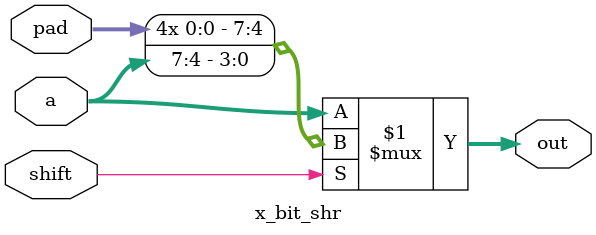
<source format=v>
module x_bit_shr(	// file.cleaned.mlir:2:3
  input  [7:0] a,	// file.cleaned.mlir:2:27
  input        shift,	// file.cleaned.mlir:2:39
               pad,	// file.cleaned.mlir:2:55
  output [7:0] out	// file.cleaned.mlir:2:70
);

  assign out = shift ? {{4{pad}}, a[7:4]} : a;	// file.cleaned.mlir:3:10, :4:10, :5:10, :6:10, :7:5
endmodule


</source>
